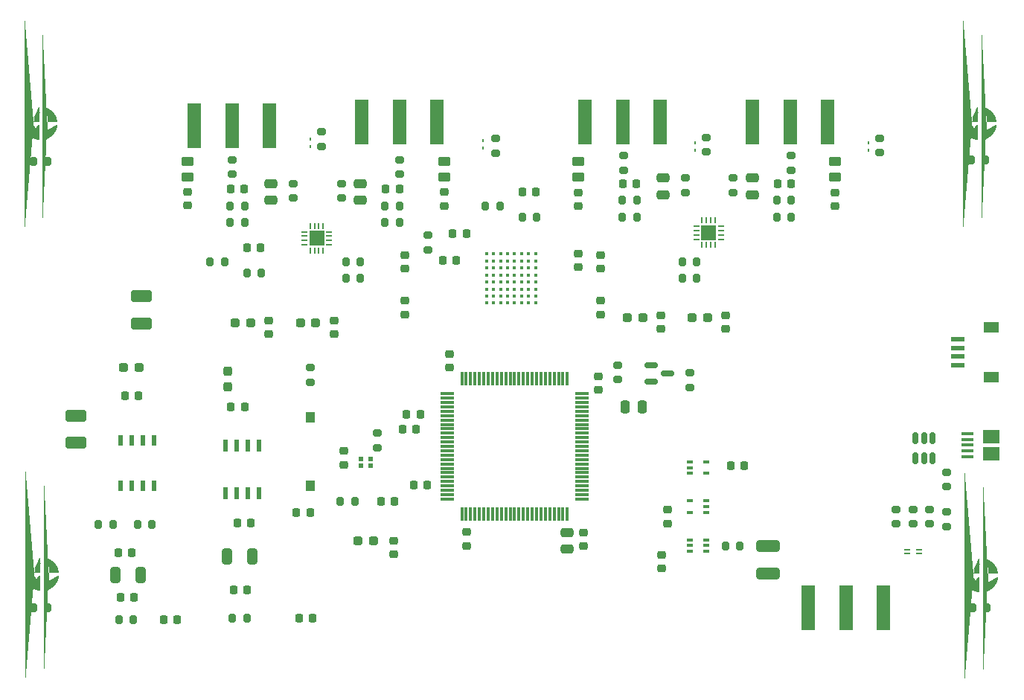
<source format=gbr>
%TF.GenerationSoftware,KiCad,Pcbnew,9.0.3*%
%TF.CreationDate,2025-08-10T07:11:57-04:00*%
%TF.ProjectId,NanoPulse,4e616e6f-5075-46c7-9365-2e6b69636164,Rev 1*%
%TF.SameCoordinates,Original*%
%TF.FileFunction,Paste,Top*%
%TF.FilePolarity,Positive*%
%FSLAX46Y46*%
G04 Gerber Fmt 4.6, Leading zero omitted, Abs format (unit mm)*
G04 Created by KiCad (PCBNEW 9.0.3) date 2025-08-10 07:11:57*
%MOMM*%
%LPD*%
G01*
G04 APERTURE LIST*
G04 Aperture macros list*
%AMRoundRect*
0 Rectangle with rounded corners*
0 $1 Rounding radius*
0 $2 $3 $4 $5 $6 $7 $8 $9 X,Y pos of 4 corners*
0 Add a 4 corners polygon primitive as box body*
4,1,4,$2,$3,$4,$5,$6,$7,$8,$9,$2,$3,0*
0 Add four circle primitives for the rounded corners*
1,1,$1+$1,$2,$3*
1,1,$1+$1,$4,$5*
1,1,$1+$1,$6,$7*
1,1,$1+$1,$8,$9*
0 Add four rect primitives between the rounded corners*
20,1,$1+$1,$2,$3,$4,$5,0*
20,1,$1+$1,$4,$5,$6,$7,0*
20,1,$1+$1,$6,$7,$8,$9,0*
20,1,$1+$1,$8,$9,$2,$3,0*%
%AMFreePoly0*
4,1,71,1.016826,0.626626,1.018626,0.626848,1.019850,0.626328,1.024246,0.625896,1.060294,0.610964,1.063400,0.607857,1.066281,0.606636,1.071365,0.599892,1.087884,0.583374,1.092838,0.571413,1.097445,0.565304,1.098322,0.558173,1.102816,0.547326,1.102816,0.521663,1.103768,0.513928,1.103767,0.513928,1.102816,0.509329,1.102816,0.508308,1.102393,0.507289,1.054079,0.273681,
0.973849,0.041839,0.864414,-0.177732,0.727599,-0.381372,0.565685,-0.565685,0.381372,-0.727599,0.177732,-0.864414,-0.041839,-0.973849,-0.273681,-1.054079,-0.507289,-1.102393,-0.508308,-1.102816,-0.509330,-1.102816,-0.513928,-1.103767,-0.513928,-1.103768,-0.521663,-1.102816,-0.547326,-1.102816,-0.558173,-1.098322,-0.565304,-1.097445,-0.571413,-1.092838,-0.583374,-1.087884,-0.599892,-1.071365,
-0.606636,-1.066281,-0.607857,-1.063400,-0.610964,-1.060294,-0.625896,-1.024246,-0.626328,-1.019850,-0.626848,-1.018626,-0.626626,-1.016826,-0.627817,-1.004737,-0.627817,0.465568,-0.625896,0.485077,-0.621725,0.495146,-0.620975,0.501921,-0.616263,0.508330,-0.610964,0.521125,-0.595474,0.536614,-0.590318,0.543630,-0.590319,0.543630,-0.581706,0.550524,-0.565541,0.565541,-0.550524,0.581706,
-0.543630,0.590319,-0.543630,0.590318,-0.536614,0.595474,-0.521125,0.610964,-0.508330,0.616263,-0.501921,0.620975,-0.495146,0.621725,-0.485077,0.625896,-0.465568,0.627817,1.004737,0.627817,1.016826,0.626626,1.016826,0.626626,$1*%
%AMFreePoly1*
4,1,71,-0.513928,1.103767,-0.509330,1.102816,-0.508308,1.102816,-0.507289,1.102393,-0.273681,1.054079,-0.041839,0.973849,0.177732,0.864414,0.381372,0.727599,0.565685,0.565685,0.727599,0.381372,0.864414,0.177732,0.973849,-0.041839,1.054079,-0.273681,1.102393,-0.507289,1.102816,-0.508308,1.102816,-0.509329,1.103767,-0.513928,1.103768,-0.513928,1.102816,-0.521663,1.102816,-0.547326,
1.098322,-0.558173,1.097445,-0.565304,1.092838,-0.571413,1.087884,-0.583374,1.071365,-0.599892,1.066281,-0.606636,1.063400,-0.607857,1.060294,-0.610964,1.024246,-0.625896,1.019850,-0.626328,1.018626,-0.626848,1.016826,-0.626626,1.004737,-0.627817,-0.465568,-0.627817,-0.485077,-0.625896,-0.495146,-0.621725,-0.501921,-0.620975,-0.508330,-0.616263,-0.521125,-0.610964,-0.536614,-0.595474,
-0.543630,-0.590318,-0.543630,-0.590319,-0.550524,-0.581706,-0.565541,-0.565541,-0.581706,-0.550524,-0.590319,-0.543630,-0.590318,-0.543630,-0.595474,-0.536614,-0.610964,-0.521125,-0.616263,-0.508330,-0.620975,-0.501921,-0.621725,-0.495146,-0.625896,-0.485077,-0.627817,-0.465568,-0.627817,1.004737,-0.626626,1.016826,-0.626848,1.018626,-0.626328,1.019850,-0.625896,1.024246,-0.610964,1.060294,
-0.607857,1.063400,-0.606636,1.066281,-0.599892,1.071365,-0.583374,1.087884,-0.571413,1.092838,-0.565304,1.097445,-0.558173,1.098322,-0.547326,1.102816,-0.521663,1.102816,-0.513928,1.103768,-0.513928,1.103767,-0.513928,1.103767,$1*%
%AMFreePoly2*
4,1,69,0.485077,0.625896,0.495144,0.621725,0.501919,0.620976,0.508329,0.616264,0.521125,0.610964,0.536612,0.595476,0.543629,0.590320,0.550523,0.581707,0.565542,0.565542,0.581707,0.550523,0.590320,0.543629,0.595476,0.536612,0.610964,0.521125,0.616264,0.508329,0.620976,0.501919,0.621725,0.495144,0.625896,0.485077,0.627817,0.465568,0.627817,-1.004737,0.626626,-1.016826,
0.626848,-1.018626,0.626328,-1.019850,0.625896,-1.024246,0.610964,-1.060294,0.607857,-1.063400,0.606636,-1.066281,0.599892,-1.071365,0.583374,-1.087884,0.571413,-1.092838,0.565304,-1.097445,0.558173,-1.098322,0.547326,-1.102816,0.521663,-1.102816,0.513928,-1.103768,0.513928,-1.103767,0.509330,-1.102816,0.508308,-1.102816,0.507289,-1.102393,0.273681,-1.054079,0.041839,-0.973849,
-0.177732,-0.864414,-0.381372,-0.727599,-0.565685,-0.565685,-0.727599,-0.381372,-0.864414,-0.177732,-0.973849,0.041839,-1.054079,0.273681,-1.102393,0.507289,-1.102816,0.508308,-1.102816,0.509329,-1.103767,0.513928,-1.103768,0.513928,-1.102816,0.521663,-1.102816,0.547326,-1.098322,0.558173,-1.097445,0.565304,-1.092838,0.571413,-1.087884,0.583374,-1.071365,0.599892,-1.066281,0.606636,
-1.063400,0.607857,-1.060294,0.610964,-1.024246,0.625896,-1.019850,0.626328,-1.018626,0.626848,-1.016826,0.626626,-1.004737,0.627817,0.465568,0.627817,0.485077,0.625896,0.485077,0.625896,$1*%
%AMFreePoly3*
4,1,69,0.521663,1.102816,0.547326,1.102816,0.558173,1.098322,0.565304,1.097445,0.571413,1.092838,0.583374,1.087884,0.599892,1.071365,0.606636,1.066281,0.607857,1.063400,0.610964,1.060294,0.625896,1.024246,0.626328,1.019850,0.626848,1.018626,0.626626,1.016826,0.627817,1.004737,0.627817,-0.465568,0.625896,-0.485077,0.621725,-0.495144,0.620976,-0.501919,0.616264,-0.508329,
0.610964,-0.521125,0.595476,-0.536612,0.590320,-0.543629,0.581707,-0.550523,0.565542,-0.565542,0.550523,-0.581707,0.543629,-0.590320,0.536612,-0.595476,0.521125,-0.610964,0.508329,-0.616264,0.501919,-0.620976,0.495144,-0.621725,0.485077,-0.625896,0.465568,-0.627817,-1.004737,-0.627817,-1.016826,-0.626626,-1.018626,-0.626848,-1.019850,-0.626328,-1.024246,-0.625896,-1.060294,-0.610964,
-1.063400,-0.607857,-1.066281,-0.606636,-1.071365,-0.599892,-1.087884,-0.583374,-1.092838,-0.571413,-1.097445,-0.565304,-1.098322,-0.558173,-1.102816,-0.547326,-1.102816,-0.521663,-1.103768,-0.513928,-1.103767,-0.513928,-1.102816,-0.509329,-1.102816,-0.508308,-1.102393,-0.507289,-1.054079,-0.273681,-0.973849,-0.041839,-0.864414,0.177732,-0.727599,0.381372,-0.565685,0.565685,-0.381372,0.727599,
-0.177732,0.864414,0.041839,0.973849,0.273681,1.054079,0.507289,1.102393,0.508308,1.102816,0.509330,1.102816,0.513928,1.103767,0.513928,1.103768,0.521663,1.102816,0.521663,1.102816,$1*%
G04 Aperture macros list end*
%ADD10RoundRect,0.237500X0.287500X0.237500X-0.287500X0.237500X-0.287500X-0.237500X0.287500X-0.237500X0*%
%ADD11RoundRect,0.237500X-0.287500X-0.237500X0.287500X-0.237500X0.287500X0.237500X-0.287500X0.237500X0*%
%ADD12FreePoly0,0.000000*%
%ADD13FreePoly1,0.000000*%
%ADD14FreePoly2,0.000000*%
%ADD15FreePoly3,0.000000*%
%ADD16R,1.500000X5.080000*%
%ADD17R,1.800000X1.200000*%
%ADD18R,1.550000X0.600000*%
%ADD19RoundRect,0.250000X0.450000X-0.262500X0.450000X0.262500X-0.450000X0.262500X-0.450000X-0.262500X0*%
%ADD20RoundRect,0.200000X0.275000X-0.200000X0.275000X0.200000X-0.275000X0.200000X-0.275000X-0.200000X0*%
%ADD21RoundRect,0.200000X-0.200000X-0.275000X0.200000X-0.275000X0.200000X0.275000X-0.200000X0.275000X0*%
%ADD22RoundRect,0.200000X0.200000X0.275000X-0.200000X0.275000X-0.200000X-0.275000X0.200000X-0.275000X0*%
%ADD23RoundRect,0.200000X-0.275000X0.200000X-0.275000X-0.200000X0.275000X-0.200000X0.275000X0.200000X0*%
%ADD24RoundRect,0.100000X0.225000X0.100000X-0.225000X0.100000X-0.225000X-0.100000X0.225000X-0.100000X0*%
%ADD25RoundRect,0.062500X-0.062500X0.117500X-0.062500X-0.117500X0.062500X-0.117500X0.062500X0.117500X0*%
%ADD26RoundRect,0.218750X0.218750X0.256250X-0.218750X0.256250X-0.218750X-0.256250X0.218750X-0.256250X0*%
%ADD27RoundRect,0.225000X-0.250000X0.225000X-0.250000X-0.225000X0.250000X-0.225000X0.250000X0.225000X0*%
%ADD28RoundRect,0.225000X-0.225000X-0.250000X0.225000X-0.250000X0.225000X0.250000X-0.225000X0.250000X0*%
%ADD29R,0.533400X1.460500*%
%ADD30RoundRect,0.250000X-0.475000X0.250000X-0.475000X-0.250000X0.475000X-0.250000X0.475000X0.250000X0*%
%ADD31RoundRect,0.225000X0.225000X0.250000X-0.225000X0.250000X-0.225000X-0.250000X0.225000X-0.250000X0*%
%ADD32RoundRect,0.250000X-0.325000X-0.650000X0.325000X-0.650000X0.325000X0.650000X-0.325000X0.650000X0*%
%ADD33RoundRect,0.100000X-0.225000X-0.100000X0.225000X-0.100000X0.225000X0.100000X-0.225000X0.100000X0*%
%ADD34R,0.600000X0.500000*%
%ADD35RoundRect,0.225000X0.250000X-0.225000X0.250000X0.225000X-0.250000X0.225000X-0.250000X-0.225000X0*%
%ADD36R,0.254000X0.711200*%
%ADD37R,0.711200X0.254000*%
%ADD38R,1.752600X1.752600*%
%ADD39RoundRect,0.250000X0.475000X-0.250000X0.475000X0.250000X-0.475000X0.250000X-0.475000X-0.250000X0*%
%ADD40RoundRect,0.250000X-0.250000X-0.475000X0.250000X-0.475000X0.250000X0.475000X-0.250000X0.475000X0*%
%ADD41R,0.711200X0.279400*%
%ADD42RoundRect,0.150000X-0.587500X-0.150000X0.587500X-0.150000X0.587500X0.150000X-0.587500X0.150000X0*%
%ADD43R,1.000000X1.250000*%
%ADD44R,0.482600X1.257300*%
%ADD45RoundRect,0.150000X-0.150000X0.512500X-0.150000X-0.512500X0.150000X-0.512500X0.150000X0.512500X0*%
%ADD46R,1.350000X0.400000*%
%ADD47R,1.900000X1.500000*%
%ADD48RoundRect,0.075000X-0.725000X-0.075000X0.725000X-0.075000X0.725000X0.075000X-0.725000X0.075000X0*%
%ADD49RoundRect,0.075000X-0.075000X-0.725000X0.075000X-0.725000X0.075000X0.725000X-0.075000X0.725000X0*%
%ADD50RoundRect,0.250000X0.945000X-0.420000X0.945000X0.420000X-0.945000X0.420000X-0.945000X-0.420000X0*%
%ADD51RoundRect,0.250000X-0.945000X0.420000X-0.945000X-0.420000X0.945000X-0.420000X0.945000X0.420000X0*%
%ADD52RoundRect,0.237500X-0.237500X0.287500X-0.237500X-0.287500X0.237500X-0.287500X0.237500X0.287500X0*%
%ADD53C,0.406400*%
%ADD54RoundRect,0.250000X-1.075000X0.400000X-1.075000X-0.400000X1.075000X-0.400000X1.075000X0.400000X0*%
%ADD55RoundRect,0.250000X-0.450000X0.262500X-0.450000X-0.262500X0.450000X-0.262500X0.450000X0.262500X0*%
G04 APERTURE END LIST*
D10*
%TO.C,FB15*%
X160309999Y-83184999D03*
X162059999Y-83184999D03*
%TD*%
D11*
%TO.C,FB1*%
X97395000Y-88900000D03*
X95645000Y-88900000D03*
%TD*%
D12*
%TO.C,H1*%
X193817817Y-61880634D03*
D13*
X193817817Y-60325000D03*
D14*
X192262183Y-61880634D03*
D15*
X192262183Y-60325000D03*
%TD*%
D12*
%TO.C,H2*%
X86995000Y-61880634D03*
D13*
X86995000Y-60325000D03*
D14*
X85439366Y-61880634D03*
D15*
X85439366Y-60325000D03*
%TD*%
D12*
%TO.C,H3*%
X87137817Y-113172817D03*
D13*
X87137817Y-111617183D03*
D14*
X85582183Y-113172817D03*
D15*
X85582183Y-111617183D03*
%TD*%
D12*
%TO.C,H4*%
X193960634Y-113315634D03*
D13*
X193960634Y-111760000D03*
D14*
X192405000Y-113315634D03*
D15*
X192405000Y-111760000D03*
%TD*%
D16*
%TO.C,J5*%
X173550000Y-116205000D03*
X182050000Y-116205000D03*
X177800000Y-116205000D03*
%TD*%
D17*
%TO.C,J7*%
X194375000Y-84330000D03*
X194375000Y-89930000D03*
D18*
X190500000Y-85630000D03*
X190500000Y-86630000D03*
X190500000Y-87630000D03*
X190500000Y-88630000D03*
%TD*%
D19*
%TO.C,R37*%
X102870000Y-65405000D03*
X102870000Y-67230000D03*
%TD*%
D20*
%TO.C,R44*%
X127000000Y-65215000D03*
X127000000Y-66865000D03*
%TD*%
D21*
%TO.C,R46*%
X107125000Y-76835000D03*
X105475000Y-76835000D03*
%TD*%
%TO.C,R47*%
X109410000Y-70485000D03*
X107760000Y-70485000D03*
%TD*%
%TO.C,R48*%
X111315000Y-78105000D03*
X109665000Y-78105000D03*
%TD*%
D22*
%TO.C,R49*%
X125350000Y-70485000D03*
X127000000Y-70485000D03*
%TD*%
%TO.C,R50*%
X107760000Y-72390000D03*
X109410000Y-72390000D03*
%TD*%
D21*
%TO.C,R51*%
X127000000Y-72390000D03*
X125350000Y-72390000D03*
%TD*%
D20*
%TO.C,R52*%
X114935000Y-67950000D03*
X114935000Y-69600000D03*
%TD*%
D23*
%TO.C,R53*%
X120400000Y-69600000D03*
X120400000Y-67950000D03*
%TD*%
D21*
%TO.C,R54*%
X122555000Y-76835000D03*
X120905000Y-76835000D03*
%TD*%
%TO.C,R55*%
X122555000Y-78740000D03*
X120905000Y-78740000D03*
%TD*%
D20*
%TO.C,R56*%
X171584999Y-64770000D03*
X171584999Y-66420000D03*
%TD*%
%TO.C,R57*%
X152534999Y-64770000D03*
X152534999Y-66420000D03*
%TD*%
D21*
%TO.C,R58*%
X138430000Y-70485000D03*
X136780000Y-70485000D03*
%TD*%
%TO.C,R59*%
X153994999Y-69850000D03*
X152344999Y-69850000D03*
%TD*%
%TO.C,R60*%
X142619999Y-71755000D03*
X140969999Y-71755000D03*
%TD*%
D22*
%TO.C,R61*%
X169934999Y-69850000D03*
X171584999Y-69850000D03*
%TD*%
%TO.C,R62*%
X152344999Y-71755000D03*
X153994999Y-71755000D03*
%TD*%
D21*
%TO.C,R63*%
X171584999Y-71755000D03*
X169934999Y-71755000D03*
%TD*%
D20*
%TO.C,R64*%
X159519999Y-67315000D03*
X159519999Y-68965000D03*
%TD*%
D23*
%TO.C,R65*%
X164984999Y-68965000D03*
X164984999Y-67315000D03*
%TD*%
D22*
%TO.C,R66*%
X159195000Y-78740000D03*
X160845000Y-78740000D03*
%TD*%
%TO.C,R67*%
X159195000Y-76835000D03*
X160845000Y-76835000D03*
%TD*%
D21*
%TO.C,R72*%
X165735000Y-109145000D03*
X164085000Y-109145000D03*
%TD*%
D24*
%TO.C,U18*%
X160020000Y-109780000D03*
X160020000Y-109130000D03*
X160020000Y-108480000D03*
X161920000Y-108480000D03*
X161920000Y-109130000D03*
X161920000Y-109780000D03*
%TD*%
D25*
%TO.C,D1*%
X136525000Y-63920000D03*
X136525000Y-63080000D03*
%TD*%
D26*
%TO.C,D9*%
X117145000Y-117368238D03*
X115570000Y-117368238D03*
%TD*%
D27*
%TO.C,C85*%
X157480000Y-105055000D03*
X157480000Y-106605000D03*
%TD*%
%TO.C,C31*%
X147955000Y-107630000D03*
X147955000Y-109180000D03*
%TD*%
D25*
%TO.C,D4*%
X160655000Y-64135000D03*
X160655000Y-63295000D03*
%TD*%
D28*
%TO.C,C5*%
X95004845Y-109906311D03*
X96554845Y-109906311D03*
%TD*%
D21*
%TO.C,R19*%
X108016576Y-117368238D03*
X109666576Y-117368238D03*
%TD*%
D16*
%TO.C,J3*%
X171450000Y-60960000D03*
X167200000Y-60960000D03*
X175700000Y-60960000D03*
%TD*%
D29*
%TO.C,U4*%
X107219476Y-103186988D03*
X108489476Y-103186988D03*
X109759476Y-103186988D03*
X111029476Y-103186988D03*
X111029476Y-97738688D03*
X109759476Y-97738688D03*
X108489476Y-97738688D03*
X107219476Y-97738688D03*
%TD*%
D30*
%TO.C,C26*%
X146050000Y-107635000D03*
X146050000Y-109535000D03*
%TD*%
D31*
%TO.C,C37*%
X116840000Y-105410000D03*
X115290000Y-105410000D03*
%TD*%
D32*
%TO.C,C2*%
X94649845Y-112446311D03*
X97599845Y-112446311D03*
%TD*%
D33*
%TO.C,U19*%
X160020000Y-99620000D03*
X160020000Y-100270000D03*
X160020000Y-100920000D03*
X161920000Y-100920000D03*
X161920000Y-99620000D03*
%TD*%
D34*
%TO.C,U9*%
X122640000Y-100045000D03*
X123740000Y-100045000D03*
X123740000Y-99245000D03*
X122640000Y-99245000D03*
%TD*%
D30*
%TO.C,C71*%
X156979998Y-67310000D03*
X156979998Y-69210000D03*
%TD*%
D16*
%TO.C,J4*%
X152400000Y-60960000D03*
X148150000Y-60960000D03*
X156650000Y-60960000D03*
%TD*%
D35*
%TO.C,C73*%
X149860000Y-77610000D03*
X149860000Y-76060000D03*
%TD*%
D31*
%TO.C,C61*%
X111218156Y-75259827D03*
X109668156Y-75259827D03*
%TD*%
D27*
%TO.C,C64*%
X127635000Y-81280000D03*
X127635000Y-82830000D03*
%TD*%
D36*
%TO.C,U13*%
X118340002Y-72771000D03*
X117840001Y-72771000D03*
X117340001Y-72771000D03*
X116840000Y-72771000D03*
D37*
X116193001Y-73417999D03*
X116193001Y-73918000D03*
X116193001Y-74418000D03*
X116193001Y-74918001D03*
D36*
X116840000Y-75565000D03*
X117340001Y-75565000D03*
X117840001Y-75565000D03*
X118340002Y-75565000D03*
D37*
X118987001Y-74918001D03*
X118987001Y-74418000D03*
X118987001Y-73918000D03*
X118987001Y-73417999D03*
D38*
X117590001Y-74168000D03*
%TD*%
D39*
%TO.C,C63*%
X122555000Y-69850000D03*
X122555000Y-67950000D03*
%TD*%
D27*
%TO.C,C30*%
X134682537Y-107598058D03*
X134682537Y-109148058D03*
%TD*%
%TO.C,C35*%
X120650000Y-98375000D03*
X120650000Y-99925000D03*
%TD*%
D25*
%TO.C,D3*%
X180340000Y-64135000D03*
X180340000Y-63295000D03*
%TD*%
%TO.C,D2*%
X116840000Y-63705000D03*
X116840000Y-62865000D03*
%TD*%
D35*
%TO.C,C32*%
X149656332Y-91433327D03*
X149656332Y-89883327D03*
%TD*%
D40*
%TO.C,C27*%
X152720000Y-93345000D03*
X154620000Y-93345000D03*
%TD*%
D16*
%TO.C,J2*%
X107950000Y-61312500D03*
X103700000Y-61312500D03*
X112200000Y-61312500D03*
%TD*%
D23*
%TO.C,R7*%
X181610000Y-62787500D03*
X181610000Y-64437500D03*
%TD*%
D35*
%TO.C,C33*%
X132715000Y-88900000D03*
X132715000Y-87350000D03*
%TD*%
D26*
%TO.C,D5*%
X101752500Y-117526311D03*
X100177500Y-117526311D03*
%TD*%
D41*
%TO.C,D13*%
X186093100Y-110067500D03*
X186093100Y-109592500D03*
X184746900Y-109592500D03*
X184746900Y-110067500D03*
%TD*%
D23*
%TO.C,R2*%
X118110000Y-62055000D03*
X118110000Y-63705000D03*
%TD*%
D21*
%TO.C,R6*%
X192215000Y-116205000D03*
X193865000Y-116205000D03*
%TD*%
%TO.C,R26*%
X120270000Y-104140000D03*
X121920000Y-104140000D03*
%TD*%
D42*
%TO.C,Q1*%
X155605000Y-88585000D03*
X155605000Y-90485000D03*
X157480000Y-89535000D03*
%TD*%
D43*
%TO.C,SW1*%
X116840000Y-94550000D03*
X116840000Y-102300000D03*
%TD*%
D16*
%TO.C,J1*%
X127000000Y-60960000D03*
X122750000Y-60960000D03*
X131250000Y-60960000D03*
%TD*%
D21*
%TO.C,R11*%
X92744845Y-106731311D03*
X94394845Y-106731311D03*
%TD*%
D23*
%TO.C,R23*%
X183515000Y-105005000D03*
X183515000Y-106655000D03*
%TD*%
D27*
%TO.C,C67*%
X119535000Y-83540000D03*
X119535000Y-85090000D03*
%TD*%
D28*
%TO.C,C36*%
X124905000Y-104140000D03*
X126455000Y-104140000D03*
%TD*%
D31*
%TO.C,C60*%
X127000000Y-68580000D03*
X125450000Y-68580000D03*
%TD*%
%TO.C,C40*%
X133452958Y-76695731D03*
X131902958Y-76695731D03*
%TD*%
D22*
%TO.C,R5*%
X86995000Y-116205000D03*
X85345000Y-116205000D03*
%TD*%
D28*
%TO.C,C1*%
X95284845Y-114986311D03*
X96834845Y-114986311D03*
%TD*%
D27*
%TO.C,C66*%
X112155000Y-83540000D03*
X112155000Y-85090000D03*
%TD*%
D32*
%TO.C,C16*%
X107351576Y-110383238D03*
X110301576Y-110383238D03*
%TD*%
D27*
%TO.C,C51*%
X147320000Y-68935000D03*
X147320000Y-70485000D03*
%TD*%
D23*
%TO.C,R31*%
X189230000Y-100775000D03*
X189230000Y-102425000D03*
%TD*%
D31*
%TO.C,C34*%
X130175000Y-102235000D03*
X128625000Y-102235000D03*
%TD*%
D11*
%TO.C,FB7*%
X122315000Y-108585000D03*
X124065000Y-108585000D03*
%TD*%
D20*
%TO.C,R30*%
X160050000Y-91120000D03*
X160050000Y-89470000D03*
%TD*%
D21*
%TO.C,R3*%
X192025743Y-65211384D03*
X193675743Y-65211384D03*
%TD*%
D30*
%TO.C,C62*%
X112395000Y-67945000D03*
X112395000Y-69845000D03*
%TD*%
D28*
%TO.C,C59*%
X107810000Y-68580000D03*
X109360000Y-68580000D03*
%TD*%
D31*
%TO.C,C69*%
X171584999Y-67945000D03*
X170034999Y-67945000D03*
%TD*%
D23*
%TO.C,R33*%
X130242150Y-73801973D03*
X130242150Y-75451973D03*
%TD*%
%TO.C,R8*%
X161925000Y-62675000D03*
X161925000Y-64325000D03*
%TD*%
D31*
%TO.C,C29*%
X128905000Y-95885000D03*
X127355000Y-95885000D03*
%TD*%
D27*
%TO.C,C76*%
X164119999Y-82904999D03*
X164119999Y-84454999D03*
%TD*%
D28*
%TO.C,C68*%
X152394999Y-67945000D03*
X153944999Y-67945000D03*
%TD*%
D44*
%TO.C,U1*%
X95284845Y-102368861D03*
X96554845Y-102368861D03*
X97824845Y-102368861D03*
X99094845Y-102368861D03*
X99094845Y-97123761D03*
X97824845Y-97123761D03*
X96554845Y-97123761D03*
X95284845Y-97123761D03*
%TD*%
D23*
%TO.C,R32*%
X151795000Y-88580000D03*
X151795000Y-90230000D03*
%TD*%
D20*
%TO.C,R29*%
X116840000Y-90550000D03*
X116840000Y-88900000D03*
%TD*%
D27*
%TO.C,C45*%
X132080000Y-68909827D03*
X132080000Y-70459827D03*
%TD*%
D22*
%TO.C,R4*%
X86995000Y-65405000D03*
X85345000Y-65405000D03*
%TD*%
D45*
%TO.C,U8*%
X187640000Y-96937500D03*
X186690000Y-96937500D03*
X185740000Y-96937500D03*
X185740000Y-99212500D03*
X186690000Y-99212500D03*
X187640000Y-99212500D03*
%TD*%
D31*
%TO.C,C38*%
X134620000Y-73660000D03*
X133070000Y-73660000D03*
%TD*%
D27*
%TO.C,C53*%
X176530000Y-68935000D03*
X176530000Y-70485000D03*
%TD*%
%TO.C,C25*%
X126365000Y-108585000D03*
X126365000Y-110135000D03*
%TD*%
D46*
%TO.C,J8*%
X191610000Y-99010000D03*
X191610000Y-98360000D03*
X191610000Y-97710000D03*
X191610000Y-97060000D03*
X191610000Y-96410000D03*
D47*
X194310000Y-98710000D03*
X194310000Y-96710000D03*
%TD*%
D28*
%TO.C,C7*%
X95745000Y-92075000D03*
X97295000Y-92075000D03*
%TD*%
D31*
%TO.C,C28*%
X129371908Y-94202384D03*
X127821908Y-94202384D03*
%TD*%
D48*
%TO.C,U7*%
X132430000Y-91845000D03*
X132430000Y-92345000D03*
X132430000Y-92845000D03*
X132430000Y-93345000D03*
X132430000Y-93845000D03*
X132430000Y-94345000D03*
X132430000Y-94845000D03*
X132430000Y-95345000D03*
X132430000Y-95845000D03*
X132430000Y-96345000D03*
X132430000Y-96845000D03*
X132430000Y-97345000D03*
X132430000Y-97845000D03*
X132430000Y-98345000D03*
X132430000Y-98845000D03*
X132430000Y-99345000D03*
X132430000Y-99845000D03*
X132430000Y-100345000D03*
X132430000Y-100845000D03*
X132430000Y-101345000D03*
X132430000Y-101845000D03*
X132430000Y-102345000D03*
X132430000Y-102845000D03*
X132430000Y-103345000D03*
X132430000Y-103845000D03*
D49*
X134105000Y-105520000D03*
X134605000Y-105520000D03*
X135105000Y-105520000D03*
X135605000Y-105520000D03*
X136105000Y-105520000D03*
X136605000Y-105520000D03*
X137105000Y-105520000D03*
X137605000Y-105520000D03*
X138105000Y-105520000D03*
X138605000Y-105520000D03*
X139105000Y-105520000D03*
X139605000Y-105520000D03*
X140105000Y-105520000D03*
X140605000Y-105520000D03*
X141105000Y-105520000D03*
X141605000Y-105520000D03*
X142105000Y-105520000D03*
X142605000Y-105520000D03*
X143105000Y-105520000D03*
X143605000Y-105520000D03*
X144105000Y-105520000D03*
X144605000Y-105520000D03*
X145105000Y-105520000D03*
X145605000Y-105520000D03*
X146105000Y-105520000D03*
D48*
X147780000Y-103845000D03*
X147780000Y-103345000D03*
X147780000Y-102845000D03*
X147780000Y-102345000D03*
X147780000Y-101845000D03*
X147780000Y-101345000D03*
X147780000Y-100845000D03*
X147780000Y-100345000D03*
X147780000Y-99845000D03*
X147780000Y-99345000D03*
X147780000Y-98845000D03*
X147780000Y-98345000D03*
X147780000Y-97845000D03*
X147780000Y-97345000D03*
X147780000Y-96845000D03*
X147780000Y-96345000D03*
X147780000Y-95845000D03*
X147780000Y-95345000D03*
X147780000Y-94845000D03*
X147780000Y-94345000D03*
X147780000Y-93845000D03*
X147780000Y-93345000D03*
X147780000Y-92845000D03*
X147780000Y-92345000D03*
X147780000Y-91845000D03*
D49*
X146105000Y-90170000D03*
X145605000Y-90170000D03*
X145105000Y-90170000D03*
X144605000Y-90170000D03*
X144105000Y-90170000D03*
X143605000Y-90170000D03*
X143105000Y-90170000D03*
X142605000Y-90170000D03*
X142105000Y-90170000D03*
X141605000Y-90170000D03*
X141105000Y-90170000D03*
X140605000Y-90170000D03*
X140105000Y-90170000D03*
X139605000Y-90170000D03*
X139105000Y-90170000D03*
X138605000Y-90170000D03*
X138105000Y-90170000D03*
X137605000Y-90170000D03*
X137105000Y-90170000D03*
X136605000Y-90170000D03*
X136105000Y-90170000D03*
X135605000Y-90170000D03*
X135105000Y-90170000D03*
X134605000Y-90170000D03*
X134105000Y-90170000D03*
%TD*%
D21*
%TO.C,R12*%
X97189845Y-106731311D03*
X98839845Y-106731311D03*
%TD*%
D23*
%TO.C,R28*%
X189230000Y-105315000D03*
X189230000Y-106965000D03*
%TD*%
D28*
%TO.C,C10*%
X107836576Y-93345000D03*
X109386576Y-93345000D03*
%TD*%
D23*
%TO.C,R25*%
X187325000Y-105005000D03*
X187325000Y-106655000D03*
%TD*%
D27*
%TO.C,C74*%
X149860000Y-81280000D03*
X149860000Y-82830000D03*
%TD*%
%TO.C,C43*%
X102870000Y-68895000D03*
X102870000Y-70445000D03*
%TD*%
D50*
%TO.C,C13*%
X97669546Y-83847710D03*
X97669546Y-80767710D03*
%TD*%
D28*
%TO.C,C84*%
X164675055Y-100033732D03*
X166225055Y-100033732D03*
%TD*%
D31*
%TO.C,C14*%
X110135000Y-106573238D03*
X108585000Y-106573238D03*
%TD*%
D23*
%TO.C,R27*%
X124460000Y-96330000D03*
X124460000Y-97980000D03*
%TD*%
D27*
%TO.C,C75*%
X156739999Y-82905000D03*
X156739999Y-84455000D03*
%TD*%
D39*
%TO.C,C72*%
X167139999Y-69215000D03*
X167139999Y-67315000D03*
%TD*%
D21*
%TO.C,R9*%
X95094845Y-117526311D03*
X96744845Y-117526311D03*
%TD*%
D28*
%TO.C,C17*%
X108116576Y-114193238D03*
X109666576Y-114193238D03*
%TD*%
D36*
%TO.C,U14*%
X162925001Y-72135999D03*
X162425000Y-72135999D03*
X161925000Y-72135999D03*
X161424999Y-72135999D03*
D37*
X160778000Y-72782998D03*
X160778000Y-73282999D03*
X160778000Y-73782999D03*
X160778000Y-74283000D03*
D36*
X161424999Y-74929999D03*
X161925000Y-74929999D03*
X162425000Y-74929999D03*
X162925001Y-74929999D03*
D37*
X163572000Y-74283000D03*
X163572000Y-73782999D03*
X163572000Y-73282999D03*
X163572000Y-72782998D03*
D38*
X162175000Y-73532999D03*
%TD*%
D24*
%TO.C,U20*%
X161925000Y-105350000D03*
X161925000Y-104700000D03*
X161925000Y-104050000D03*
X160025000Y-104050000D03*
X160025000Y-105350000D03*
%TD*%
D27*
%TO.C,C83*%
X156845000Y-110210000D03*
X156845000Y-111760000D03*
%TD*%
D51*
%TO.C,C11*%
X90170000Y-94345000D03*
X90170000Y-97425000D03*
%TD*%
D52*
%TO.C,FB3*%
X107481576Y-89295000D03*
X107481576Y-91045000D03*
%TD*%
D31*
%TO.C,C70*%
X142523155Y-68909827D03*
X140973155Y-68909827D03*
%TD*%
D23*
%TO.C,R24*%
X185420000Y-105005000D03*
X185420000Y-106655000D03*
%TD*%
D53*
%TO.C,U10*%
X136900000Y-81540000D03*
X136900000Y-80740000D03*
X136900000Y-79940000D03*
X136900000Y-79140000D03*
X136900000Y-78340000D03*
X136900000Y-77540000D03*
X136900000Y-76740000D03*
X136900000Y-75940000D03*
X137700000Y-81540000D03*
X137700000Y-80740000D03*
X137700000Y-79940000D03*
X137700000Y-79140000D03*
X137700000Y-78340000D03*
X137700000Y-77540000D03*
X137700000Y-76740000D03*
X137700000Y-75940000D03*
X138500000Y-81540000D03*
X138500000Y-80740000D03*
X138500000Y-79940000D03*
X138500000Y-79140000D03*
X138500000Y-78340000D03*
X138500000Y-77540000D03*
X138500000Y-76740000D03*
X138500000Y-75940000D03*
X139300000Y-81540000D03*
X139300000Y-80740000D03*
X139300000Y-79940000D03*
X139300000Y-79140000D03*
X139300000Y-78340000D03*
X139300000Y-77540000D03*
X139300000Y-76740000D03*
X139300000Y-75940000D03*
X140100000Y-81540000D03*
X140100000Y-80740000D03*
X140100000Y-79940000D03*
X140100000Y-79140000D03*
X140100000Y-78340000D03*
X140100000Y-77540000D03*
X140100000Y-76740000D03*
X140100000Y-75940000D03*
X140900000Y-81540000D03*
X140900000Y-80740000D03*
X140900000Y-79940000D03*
X140900000Y-79140000D03*
X140900000Y-78340000D03*
X140900000Y-77540000D03*
X140900000Y-76740000D03*
X140900000Y-75940000D03*
X141700000Y-81540000D03*
X141700000Y-80740000D03*
X141700000Y-79940000D03*
X141700000Y-79140000D03*
X141700000Y-78340000D03*
X141700000Y-77540000D03*
X141700000Y-76740000D03*
X141700000Y-75940000D03*
X142500000Y-81540000D03*
X142500000Y-80740000D03*
X142500000Y-79940000D03*
X142500000Y-79140000D03*
X142500000Y-78340000D03*
X142500000Y-77540000D03*
X142500000Y-76740000D03*
X142500000Y-75940000D03*
%TD*%
D23*
%TO.C,R1*%
X137975000Y-62825000D03*
X137975000Y-64475000D03*
%TD*%
D35*
%TO.C,C65*%
X127635000Y-77610000D03*
X127635000Y-76060000D03*
%TD*%
%TO.C,C39*%
X147320000Y-77470000D03*
X147320000Y-75920000D03*
%TD*%
D10*
%TO.C,FB14*%
X154679999Y-83185000D03*
X152929999Y-83185000D03*
%TD*%
%TO.C,FB12*%
X110095000Y-83820000D03*
X108345000Y-83820000D03*
%TD*%
%TO.C,FB13*%
X117475000Y-83820000D03*
X115725000Y-83820000D03*
%TD*%
D54*
%TO.C,R71*%
X168910000Y-109220000D03*
X168910000Y-112320000D03*
%TD*%
D20*
%TO.C,R45*%
X107950000Y-66865000D03*
X107950000Y-65215000D03*
%TD*%
D19*
%TO.C,R41*%
X147320000Y-67230000D03*
X147320000Y-65405000D03*
%TD*%
D55*
%TO.C,R40*%
X176530000Y-65405000D03*
X176530000Y-67230000D03*
%TD*%
%TO.C,R36*%
X132080000Y-65405000D03*
X132080000Y-67230000D03*
%TD*%
M02*

</source>
